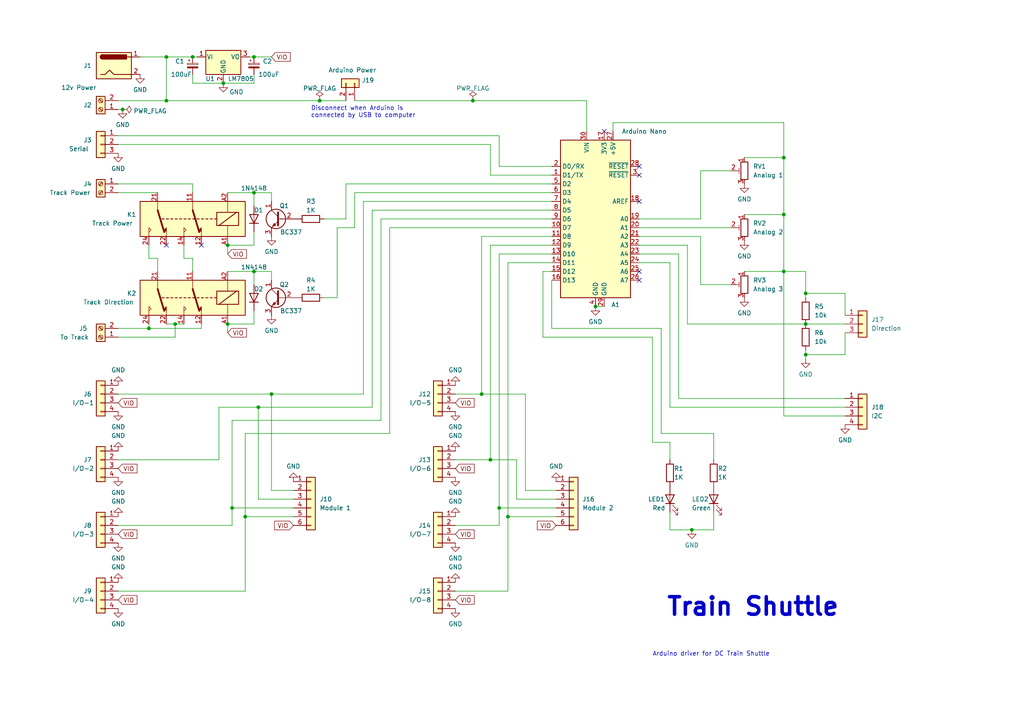
<source format=kicad_sch>
(kicad_sch (version 20211123) (generator eeschema)
  (paper "A4")
  (lib_symbols
    (symbol "Connector:Barrel_Jack" (pin_names (offset 1.016))
      (property "Reference" "J" (at 0 5.334 0))
      (property "Value" "Barrel_Jack" (at 0 -5.08 0))
      (symbol "Barrel_Jack_0_1"
        (rectangle (start -5.08 3.81) (end 5.08 -3.81) (stroke (width 0.254)) (fill (type background)))
        (arc (start -3.302 3.175) (mid -3.937 2.54) (end -3.302 1.905) (stroke (width 0.254)))
        (arc (start -3.302 3.175) (mid -3.937 2.54) (end -3.302 1.905) (stroke (width 0.254)) (fill (type outline)))
        (polyline (pts (xy 5.08 2.54) (xy 3.81 2.54)) (stroke (width 0.254)))
        (polyline (pts (xy -3.81 -2.54) (xy -2.54 -2.54) (xy -1.27 -1.27) (xy 0 -2.54) (xy 2.54 -2.54) (xy 5.08 -2.54)) (stroke (width 0.254)))
        (rectangle (start 3.683 3.175) (end -3.302 1.905) (stroke (width 0.254)) (fill (type outline)))
      )
      (symbol "Barrel_Jack_1_1"
        (pin passive line (at 7.62 2.54 180) (length 2.54) (name "~") (number "1"))
        (pin passive line (at 7.62 -2.54 180) (length 2.54) (name "~") (number "2"))
      )
    )
    (symbol "Connector:Screw_Terminal_01x02" (pin_names (offset 1.016) hide)
      (property "Reference" "J" (at 0 2.54 0))
      (property "Value" "Screw_Terminal_01x02" (at 0 -5.08 0))
      (symbol "Screw_Terminal_01x02_1_1"
        (rectangle (start -1.27 1.27) (end 1.27 -3.81) (stroke (width 0.254)) (fill (type background)))
        (circle (center 0 -2.54) (radius 0.635) (stroke (width 0.1524)))
        (polyline (pts (xy -0.5334 -2.2098) (xy 0.3302 -3.048)) (stroke (width 0.1524)))
        (polyline (pts (xy -0.5334 0.3302) (xy 0.3302 -0.508)) (stroke (width 0.1524)))
        (polyline (pts (xy -0.3556 -2.032) (xy 0.508 -2.8702)) (stroke (width 0.1524)))
        (polyline (pts (xy -0.3556 0.508) (xy 0.508 -0.3302)) (stroke (width 0.1524)))
        (circle (center 0 0) (radius 0.635) (stroke (width 0.1524)))
        (pin passive line (at -5.08 0 0) (length 3.81) (name "Pin_1") (number "1"))
        (pin passive line (at -5.08 -2.54 0) (length 3.81) (name "Pin_2") (number "2"))
      )
    )
    (symbol "Connector_Generic:Conn_01x02" (pin_names (offset 1.016) hide)
      (property "Reference" "J" (at 0 2.54 0))
      (property "Value" "Conn_01x02" (at 0 -5.08 0))
      (symbol "Conn_01x02_1_1"
        (rectangle (start -1.27 -2.413) (end 0 -2.667) (stroke (width 0.1524)))
        (rectangle (start -1.27 0.127) (end 0 -0.127) (stroke (width 0.1524)))
        (rectangle (start -1.27 1.27) (end 1.27 -3.81) (stroke (width 0.254)) (fill (type background)))
        (pin passive line (at -5.08 0 0) (length 3.81) (name "Pin_1") (number "1"))
        (pin passive line (at -5.08 -2.54 0) (length 3.81) (name "Pin_2") (number "2"))
      )
    )
    (symbol "Connector_Generic:Conn_01x03" (pin_names (offset 1.016) hide)
      (property "Reference" "J" (at 0 5.08 0))
      (property "Value" "Conn_01x03" (at 0 -5.08 0))
      (symbol "Conn_01x03_1_1"
        (rectangle (start -1.27 -2.413) (end 0 -2.667) (stroke (width 0.1524)))
        (rectangle (start -1.27 0.127) (end 0 -0.127) (stroke (width 0.1524)))
        (rectangle (start -1.27 2.667) (end 0 2.413) (stroke (width 0.1524)))
        (rectangle (start -1.27 3.81) (end 1.27 -3.81) (stroke (width 0.254)) (fill (type background)))
        (pin passive line (at -5.08 2.54 0) (length 3.81) (name "Pin_1") (number "1"))
        (pin passive line (at -5.08 0 0) (length 3.81) (name "Pin_2") (number "2"))
        (pin passive line (at -5.08 -2.54 0) (length 3.81) (name "Pin_3") (number "3"))
      )
    )
    (symbol "Connector_Generic:Conn_01x04" (pin_names (offset 1.016) hide)
      (property "Reference" "J" (at 0 5.08 0))
      (property "Value" "Conn_01x04" (at 0 -7.62 0))
      (symbol "Conn_01x04_1_1"
        (rectangle (start -1.27 -4.953) (end 0 -5.207) (stroke (width 0.1524)))
        (rectangle (start -1.27 -2.413) (end 0 -2.667) (stroke (width 0.1524)))
        (rectangle (start -1.27 0.127) (end 0 -0.127) (stroke (width 0.1524)))
        (rectangle (start -1.27 2.667) (end 0 2.413) (stroke (width 0.1524)))
        (rectangle (start -1.27 3.81) (end 1.27 -6.35) (stroke (width 0.254)) (fill (type background)))
        (pin passive line (at -5.08 2.54 0) (length 3.81) (name "Pin_1") (number "1"))
        (pin passive line (at -5.08 0 0) (length 3.81) (name "Pin_2") (number "2"))
        (pin passive line (at -5.08 -2.54 0) (length 3.81) (name "Pin_3") (number "3"))
        (pin passive line (at -5.08 -5.08 0) (length 3.81) (name "Pin_4") (number "4"))
      )
    )
    (symbol "Connector_Generic:Conn_01x06" (pin_names (offset 1.016) hide)
      (property "Reference" "J" (at 0 7.62 0))
      (property "Value" "Conn_01x06" (at 0 -10.16 0))
      (symbol "Conn_01x06_1_1"
        (rectangle (start -1.27 -7.493) (end 0 -7.747) (stroke (width 0.1524)))
        (rectangle (start -1.27 -4.953) (end 0 -5.207) (stroke (width 0.1524)))
        (rectangle (start -1.27 -2.413) (end 0 -2.667) (stroke (width 0.1524)))
        (rectangle (start -1.27 0.127) (end 0 -0.127) (stroke (width 0.1524)))
        (rectangle (start -1.27 2.667) (end 0 2.413) (stroke (width 0.1524)))
        (rectangle (start -1.27 5.207) (end 0 4.953) (stroke (width 0.1524)))
        (rectangle (start -1.27 6.35) (end 1.27 -8.89) (stroke (width 0.254)) (fill (type background)))
        (pin passive line (at -5.08 5.08 0) (length 3.81) (name "Pin_1") (number "1"))
        (pin passive line (at -5.08 2.54 0) (length 3.81) (name "Pin_2") (number "2"))
        (pin passive line (at -5.08 0 0) (length 3.81) (name "Pin_3") (number "3"))
        (pin passive line (at -5.08 -2.54 0) (length 3.81) (name "Pin_4") (number "4"))
        (pin passive line (at -5.08 -5.08 0) (length 3.81) (name "Pin_5") (number "5"))
        (pin passive line (at -5.08 -7.62 0) (length 3.81) (name "Pin_6") (number "6"))
      )
    )
    (symbol "Device:C_Polarized_Small" (pin_numbers hide) (pin_names (offset 0.254) hide)
      (property "Reference" "C" (at 0.254 1.778 0))
      (property "Value" "C_Polarized_Small" (at 0.254 -2.032 0))
      (symbol "C_Polarized_Small_0_1"
        (rectangle (start -1.524 -0.3048) (end 1.524 -0.6858) (fill (type outline)))
        (rectangle (start -1.524 0.6858) (end 1.524 0.3048))
        (polyline (pts (xy -1.27 1.524) (xy -0.762 1.524)))
        (polyline (pts (xy -1.016 1.27) (xy -1.016 1.778)))
      )
      (symbol "C_Polarized_Small_1_1"
        (pin passive line (at 0 2.54 270) (length 1.8542) (name "~") (number "1"))
        (pin passive line (at 0 -2.54 90) (length 1.8542) (name "~") (number "2"))
      )
    )
    (symbol "Device:LED" (pin_numbers hide) (pin_names (offset 1.016) hide)
      (property "Reference" "D" (at 0 2.54 0))
      (property "Value" "LED" (at 0 -2.54 0))
      (symbol "LED_0_1"
        (polyline (pts (xy -1.27 -1.27) (xy -1.27 1.27)) (stroke (width 0.254)))
        (polyline (pts (xy -1.27 0) (xy 1.27 0)))
        (polyline (pts (xy 1.27 -1.27) (xy 1.27 1.27) (xy -1.27 0) (xy 1.27 -1.27)) (stroke (width 0.254)))
        (polyline (pts (xy -3.048 -0.762) (xy -4.572 -2.286) (xy -3.81 -2.286) (xy -4.572 -2.286) (xy -4.572 -1.524)))
        (polyline (pts (xy -1.778 -0.762) (xy -3.302 -2.286) (xy -2.54 -2.286) (xy -3.302 -2.286) (xy -3.302 -1.524)))
      )
      (symbol "LED_1_1"
        (pin passive line (at -3.81 0 0) (length 2.54) (name "K") (number "1"))
        (pin passive line (at 3.81 0 180) (length 2.54) (name "A") (number "2"))
      )
    )
    (symbol "Device:R" (pin_numbers hide) (pin_names (offset 0))
      (property "Reference" "R" (at 2.032 0 90))
      (property "Value" "R" (at 0 0 90))
      (symbol "R_0_1"
        (rectangle (start -1.016 -2.54) (end 1.016 2.54) (stroke (width 0.254)))
      )
      (symbol "R_1_1"
        (pin passive line (at 0 3.81 270) (length 1.27) (name "~") (number "1"))
        (pin passive line (at 0 -3.81 90) (length 1.27) (name "~") (number "2"))
      )
    )
    (symbol "Device:R_Potentiometer_Trim" (pin_names (offset 1.016) hide)
      (property "Reference" "RV" (at -4.445 0 90))
      (property "Value" "R_Potentiometer_Trim" (at -2.54 0 90))
      (symbol "R_Potentiometer_Trim_0_1"
        (polyline (pts (xy 1.524 0.762) (xy 1.524 -0.762)))
        (polyline (pts (xy 2.54 0) (xy 1.524 0)))
        (rectangle (start 1.016 2.54) (end -1.016 -2.54) (stroke (width 0.254)))
      )
      (symbol "R_Potentiometer_Trim_1_1"
        (pin passive line (at 0 3.81 270) (length 1.27) (name "1") (number "1"))
        (pin passive line (at 3.81 0 180) (length 1.27) (name "2") (number "2"))
        (pin passive line (at 0 -3.81 90) (length 1.27) (name "3") (number "3"))
      )
    )
    (symbol "Diode:1N4148" (pin_numbers hide) (pin_names hide)
      (property "Reference" "D" (at 0 2.54 0))
      (property "Value" "1N4148" (at 0 -2.54 0))
      (symbol "1N4148_0_1"
        (polyline (pts (xy -1.27 1.27) (xy -1.27 -1.27)) (stroke (width 0.254)))
        (polyline (pts (xy 1.27 0) (xy -1.27 0)))
        (polyline (pts (xy 1.27 1.27) (xy 1.27 -1.27) (xy -1.27 0) (xy 1.27 1.27)) (stroke (width 0.254)))
      )
      (symbol "1N4148_1_1"
        (pin passive line (at -3.81 0 0) (length 2.54) (name "K") (number "1"))
        (pin passive line (at 3.81 0 180) (length 2.54) (name "A") (number "2"))
      )
    )
    (symbol "MCU_Module:Arduino_Nano_v3.x"
      (property "Reference" "A" (at -10.16 23.495 0))
      (property "Value" "Arduino_Nano_v3.x" (at 5.08 -24.13 0))
      (symbol "Arduino_Nano_v3.x_0_1"
        (rectangle (start -10.16 22.86) (end 10.16 -22.86) (stroke (width 0.254)) (fill (type background)))
      )
      (symbol "Arduino_Nano_v3.x_1_1"
        (pin bidirectional line (at -12.7 12.7 0) (length 2.54) (name "D1/TX") (number "1"))
        (pin bidirectional line (at -12.7 -2.54 0) (length 2.54) (name "D7") (number "10"))
        (pin bidirectional line (at -12.7 -5.08 0) (length 2.54) (name "D8") (number "11"))
        (pin bidirectional line (at -12.7 -7.62 0) (length 2.54) (name "D9") (number "12"))
        (pin bidirectional line (at -12.7 -10.16 0) (length 2.54) (name "D10") (number "13"))
        (pin bidirectional line (at -12.7 -12.7 0) (length 2.54) (name "D11") (number "14"))
        (pin bidirectional line (at -12.7 -15.24 0) (length 2.54) (name "D12") (number "15"))
        (pin bidirectional line (at -12.7 -17.78 0) (length 2.54) (name "D13") (number "16"))
        (pin power_out line (at 2.54 25.4 270) (length 2.54) (name "3V3") (number "17"))
        (pin input line (at 12.7 5.08 180) (length 2.54) (name "AREF") (number "18"))
        (pin bidirectional line (at 12.7 0 180) (length 2.54) (name "A0") (number "19"))
        (pin bidirectional line (at -12.7 15.24 0) (length 2.54) (name "D0/RX") (number "2"))
        (pin bidirectional line (at 12.7 -2.54 180) (length 2.54) (name "A1") (number "20"))
        (pin bidirectional line (at 12.7 -5.08 180) (length 2.54) (name "A2") (number "21"))
        (pin bidirectional line (at 12.7 -7.62 180) (length 2.54) (name "A3") (number "22"))
        (pin bidirectional line (at 12.7 -10.16 180) (length 2.54) (name "A4") (number "23"))
        (pin bidirectional line (at 12.7 -12.7 180) (length 2.54) (name "A5") (number "24"))
        (pin bidirectional line (at 12.7 -15.24 180) (length 2.54) (name "A6") (number "25"))
        (pin bidirectional line (at 12.7 -17.78 180) (length 2.54) (name "A7") (number "26"))
        (pin power_out line (at 5.08 25.4 270) (length 2.54) (name "+5V") (number "27"))
        (pin input line (at 12.7 15.24 180) (length 2.54) (name "~{RESET}") (number "28"))
        (pin power_in line (at 2.54 -25.4 90) (length 2.54) (name "GND") (number "29"))
        (pin input line (at 12.7 12.7 180) (length 2.54) (name "~{RESET}") (number "3"))
        (pin power_in line (at -2.54 25.4 270) (length 2.54) (name "VIN") (number "30"))
        (pin power_in line (at 0 -25.4 90) (length 2.54) (name "GND") (number "4"))
        (pin bidirectional line (at -12.7 10.16 0) (length 2.54) (name "D2") (number "5"))
        (pin bidirectional line (at -12.7 7.62 0) (length 2.54) (name "D3") (number "6"))
        (pin bidirectional line (at -12.7 5.08 0) (length 2.54) (name "D4") (number "7"))
        (pin bidirectional line (at -12.7 2.54 0) (length 2.54) (name "D5") (number "8"))
        (pin bidirectional line (at -12.7 0 0) (length 2.54) (name "D6") (number "9"))
      )
    )
    (symbol "Regulator_Linear:LM7805_TO220" (pin_names (offset 0.254))
      (property "Reference" "U" (at -3.81 3.175 0))
      (property "Value" "LM7805_TO220" (at 0 3.175 0))
      (symbol "LM7805_TO220_0_1"
        (rectangle (start -5.08 1.905) (end 5.08 -5.08) (stroke (width 0.254)) (fill (type background)))
      )
      (symbol "LM7805_TO220_1_1"
        (pin power_in line (at -7.62 0 0) (length 2.54) (name "VI") (number "1"))
        (pin power_in line (at 0 -7.62 90) (length 2.54) (name "GND") (number "2"))
        (pin power_out line (at 7.62 0 180) (length 2.54) (name "VO") (number "3"))
      )
    )
    (symbol "Relay:FINDER-30.22"
      (property "Reference" "K" (at 16.51 3.81 0))
      (property "Value" "FINDER-30.22" (at 16.51 1.27 0))
      (symbol "FINDER-30.22_0_0"
        (polyline (pts (xy -2.54 5.08) (xy -2.54 2.54) (xy -1.905 3.175) (xy -2.54 3.81)) (fill (type outline)))
        (polyline (pts (xy 2.54 5.08) (xy 2.54 2.54) (xy 1.905 3.175) (xy 2.54 3.81)))
        (polyline (pts (xy 7.62 5.08) (xy 7.62 2.54) (xy 8.255 3.175) (xy 7.62 3.81)) (fill (type outline)))
        (polyline (pts (xy 12.7 5.08) (xy 12.7 2.54) (xy 12.065 3.175) (xy 12.7 3.81)))
      )
      (symbol "FINDER-30.22_0_1"
        (rectangle (start -15.24 5.08) (end 15.24 -5.08) (stroke (width 0.254)) (fill (type background)))
        (rectangle (start -13.335 1.905) (end -6.985 -1.905) (stroke (width 0.254)))
        (polyline (pts (xy -12.7 -1.905) (xy -7.62 1.905)) (stroke (width 0.254)))
        (polyline (pts (xy -10.16 -5.08) (xy -10.16 -1.905)))
        (polyline (pts (xy -10.16 5.08) (xy -10.16 1.905)))
        (polyline (pts (xy -6.985 0) (xy -6.35 0)) (stroke (width 0.254)))
        (polyline (pts (xy -5.715 0) (xy -5.08 0)) (stroke (width 0.254)))
        (polyline (pts (xy -4.445 0) (xy -3.81 0)) (stroke (width 0.254)))
        (polyline (pts (xy -3.175 0) (xy -2.54 0)) (stroke (width 0.254)))
        (polyline (pts (xy -1.905 0) (xy -1.27 0)) (stroke (width 0.254)))
        (polyline (pts (xy -0.635 0) (xy 0 0)) (stroke (width 0.254)))
        (polyline (pts (xy 0 -2.54) (xy -1.905 3.81)) (stroke (width 0.508)))
        (polyline (pts (xy 0 -2.54) (xy 0 -5.08)))
        (polyline (pts (xy 0.635 0) (xy 1.27 0)) (stroke (width 0.254)))
        (polyline (pts (xy 1.905 0) (xy 2.54 0)) (stroke (width 0.254)))
        (polyline (pts (xy 3.175 0) (xy 3.81 0)) (stroke (width 0.254)))
        (polyline (pts (xy 4.445 0) (xy 5.08 0)) (stroke (width 0.254)))
        (polyline (pts (xy 5.715 0) (xy 6.35 0)) (stroke (width 0.254)))
        (polyline (pts (xy 6.985 0) (xy 7.62 0)) (stroke (width 0.254)))
        (polyline (pts (xy 8.255 0) (xy 8.89 0)) (stroke (width 0.254)))
        (polyline (pts (xy 10.16 -2.54) (xy 8.255 3.81)) (stroke (width 0.508)))
        (polyline (pts (xy 10.16 -2.54) (xy 10.16 -5.08)))
      )
      (symbol "FINDER-30.22_1_1"
        (pin passive line (at 0 -7.62 90) (length 2.54) (name "~") (number "11"))
        (pin passive line (at -2.54 7.62 270) (length 2.54) (name "~") (number "12"))
        (pin passive line (at 2.54 7.62 270) (length 2.54) (name "~") (number "14"))
        (pin passive line (at 10.16 -7.62 90) (length 2.54) (name "~") (number "21"))
        (pin passive line (at 7.62 7.62 270) (length 2.54) (name "~") (number "22"))
        (pin passive line (at 12.7 7.62 270) (length 2.54) (name "~") (number "24"))
        (pin passive line (at -10.16 7.62 270) (length 2.54) (name "~") (number "A1"))
        (pin passive line (at -10.16 -7.62 90) (length 2.54) (name "~") (number "A2"))
      )
    )
    (symbol "Transistor_BJT:BC337" (pin_names (offset 0) hide)
      (property "Reference" "Q" (at 5.08 1.905 0))
      (property "Value" "BC337" (at 5.08 0 0))
      (symbol "BC337_0_1"
        (polyline (pts (xy 0 0) (xy 0.635 0)))
        (polyline (pts (xy 0.635 0.635) (xy 2.54 2.54)))
        (polyline (pts (xy 0.635 -0.635) (xy 2.54 -2.54) (xy 2.54 -2.54)))
        (polyline (pts (xy 0.635 1.905) (xy 0.635 -1.905) (xy 0.635 -1.905)) (stroke (width 0.508)))
        (polyline (pts (xy 1.27 -1.778) (xy 1.778 -1.27) (xy 2.286 -2.286) (xy 1.27 -1.778) (xy 1.27 -1.778)) (fill (type outline)))
        (circle (center 1.27 0) (radius 2.8194) (stroke (width 0.254)))
      )
      (symbol "BC337_1_1"
        (pin passive line (at 2.54 5.08 270) (length 2.54) (name "C") (number "1"))
        (pin input line (at -5.08 0 0) (length 5.08) (name "B") (number "2"))
        (pin passive line (at 2.54 -5.08 90) (length 2.54) (name "E") (number "3"))
      )
    )
    (symbol "power:GND" (power) (pin_names (offset 0))
      (property "Value" "GND" (at 0 -3.81 0))
      (symbol "GND_0_1"
        (polyline (pts (xy 0 0) (xy 0 -1.27) (xy 1.27 -1.27) (xy 0 -2.54) (xy -1.27 -1.27) (xy 0 -1.27)))
      )
      (symbol "GND_1_1"
        (pin power_in line (at 0 0 270) (length 0) hide (name "GND") (number "1"))
      )
    )
    (symbol "power:PWR_FLAG" (power) (pin_numbers hide) (pin_names (offset 0) hide)
      (property "Value" "PWR_FLAG" (at 0 3.81 0))
      (symbol "PWR_FLAG_0_0"
        (pin power_out line (at 0 0 90) (length 0) (name "pwr") (number "1"))
      )
      (symbol "PWR_FLAG_0_1"
        (polyline (pts (xy 0 0) (xy 0 1.27) (xy -1.016 1.905) (xy 0 2.54) (xy 1.016 1.905) (xy 0 1.27)))
      )
    )
  )
  (junction (at 50.8 93.98))
  (junction (at 147.32 149.86))
  (junction (at 66.04 71.12))
  (junction (at 142.24 133.35))
  (junction (at 66.04 93.98))
  (junction (at 200.66 153.67))
  (junction (at 92.71 29.21))
  (junction (at 73.66 78.74))
  (junction (at 227.33 62.23))
  (junction (at 55.88 16.51))
  (junction (at 48.26 29.21))
  (junction (at 233.68 102.87))
  (junction (at 71.12 149.86))
  (junction (at 139.7 114.3))
  (junction (at 48.26 16.51))
  (junction (at 74.93 118.11))
  (junction (at 64.77 24.13))
  (junction (at 227.33 45.72))
  (junction (at 35.56 31.75))
  (junction (at 137.16 29.21))
  (junction (at 73.66 55.88))
  (junction (at 73.66 16.51))
  (junction (at 233.68 85.09))
  (junction (at 144.78 147.32))
  (junction (at 67.31 147.32))
  (junction (at 43.18 95.25))
  (junction (at 172.72 88.9))
  (junction (at 233.68 93.98))
  (junction (at 78.74 114.3))
  (junction (at 227.33 78.74))
  (no_connect (at 48.26 71.12))
  (no_connect (at 185.42 78.74))
  (no_connect (at 185.42 58.42))
  (no_connect (at 185.42 81.28))
  (no_connect (at 175.26 38.1))
  (no_connect (at 185.42 48.26))
  (no_connect (at 185.42 50.8))
  (no_connect (at 58.42 71.12))
  (wire (pts (xy 160.02 81.28) (xy 160.02 95.25)))
  (wire (pts (xy 227.33 62.23) (xy 227.33 78.74)))
  (wire (pts (xy 55.88 16.51) (xy 57.15 16.51)))
  (wire (pts (xy 245.11 115.57) (xy 196.85 115.57)))
  (wire (pts (xy 144.78 73.66) (xy 160.02 73.66)))
  (wire (pts (xy 172.72 88.9) (xy 175.26 88.9)))
  (wire (pts (xy 85.09 144.78) (xy 74.93 144.78)))
  (wire (pts (xy 92.71 29.21) (xy 100.33 29.21)))
  (wire (pts (xy 85.09 142.24) (xy 78.74 142.24)))
  (wire (pts (xy 207.01 153.67) (xy 200.66 153.67)))
  (wire (pts (xy 194.31 153.67) (xy 200.66 153.67)))
  (wire (pts (xy 152.4 142.24) (xy 152.4 114.3)))
  (wire (pts (xy 161.29 142.24) (xy 152.4 142.24)))
  (wire (pts (xy 110.49 63.5) (xy 160.02 63.5)))
  (wire (pts (xy 71.12 171.45) (xy 34.29 171.45)))
  (wire (pts (xy 66.04 71.12) (xy 66.04 73.66)))
  (wire (pts (xy 35.56 31.75) (xy 34.29 31.75)))
  (wire (pts (xy 63.5 118.11) (xy 63.5 133.35)))
  (wire (pts (xy 139.7 68.58) (xy 160.02 68.58)))
  (wire (pts (xy 73.66 59.69) (xy 73.66 55.88)))
  (wire (pts (xy 215.9 45.72) (xy 227.33 45.72)))
  (wire (pts (xy 102.87 55.88) (xy 102.87 66.04)))
  (wire (pts (xy 97.79 66.04) (xy 97.79 86.36)))
  (wire (pts (xy 66.04 78.74) (xy 73.66 78.74)))
  (wire (pts (xy 207.01 125.73) (xy 207.01 133.35)))
  (wire (pts (xy 147.32 171.45) (xy 132.08 171.45)))
  (wire (pts (xy 194.31 148.59) (xy 194.31 153.67)))
  (wire (pts (xy 227.33 120.65) (xy 227.33 78.74)))
  (wire (pts (xy 34.29 29.21) (xy 48.26 29.21)))
  (wire (pts (xy 144.78 39.37) (xy 144.78 48.26)))
  (wire (pts (xy 142.24 50.8) (xy 160.02 50.8)))
  (wire (pts (xy 227.33 35.56) (xy 227.33 45.72)))
  (wire (pts (xy 142.24 71.12) (xy 160.02 71.12)))
  (wire (pts (xy 157.48 97.79) (xy 189.23 97.79)))
  (wire (pts (xy 144.78 48.26) (xy 160.02 48.26)))
  (wire (pts (xy 144.78 147.32) (xy 144.78 152.4)))
  (wire (pts (xy 233.68 85.09) (xy 233.68 86.36)))
  (wire (pts (xy 194.31 76.2) (xy 185.42 76.2)))
  (wire (pts (xy 40.64 16.51) (xy 48.26 16.51)))
  (wire (pts (xy 227.33 45.72) (xy 227.33 62.23)))
  (wire (pts (xy 185.42 66.04) (xy 212.09 66.04)))
  (wire (pts (xy 53.34 74.93) (xy 55.88 74.93)))
  (wire (pts (xy 147.32 76.2) (xy 147.32 149.86)))
  (wire (pts (xy 160.02 78.74) (xy 157.48 78.74)))
  (wire (pts (xy 194.31 128.27) (xy 194.31 133.35)))
  (wire (pts (xy 78.74 114.3) (xy 34.29 114.3)))
  (wire (pts (xy 196.85 115.57) (xy 196.85 73.66)))
  (wire (pts (xy 113.03 125.73) (xy 71.12 125.73)))
  (wire (pts (xy 142.24 71.12) (xy 142.24 133.35)))
  (wire (pts (xy 74.93 118.11) (xy 63.5 118.11)))
  (wire (pts (xy 191.77 95.25) (xy 191.77 125.73)))
  (wire (pts (xy 66.04 93.98) (xy 73.66 93.98)))
  (wire (pts (xy 144.78 73.66) (xy 144.78 147.32)))
  (wire (pts (xy 170.18 29.21) (xy 137.16 29.21)))
  (wire (pts (xy 245.11 96.52) (xy 245.11 102.87)))
  (wire (pts (xy 78.74 16.51) (xy 73.66 16.51)))
  (wire (pts (xy 55.88 74.93) (xy 55.88 78.74)))
  (wire (pts (xy 142.24 41.91) (xy 142.24 50.8)))
  (wire (pts (xy 71.12 149.86) (xy 71.12 171.45)))
  (wire (pts (xy 97.79 86.36) (xy 93.98 86.36)))
  (wire (pts (xy 78.74 114.3) (xy 78.74 142.24)))
  (wire (pts (xy 71.12 149.86) (xy 85.09 149.86)))
  (wire (pts (xy 73.66 93.98) (xy 73.66 90.17)))
  (wire (pts (xy 71.12 125.73) (xy 71.12 149.86)))
  (wire (pts (xy 107.95 118.11) (xy 74.93 118.11)))
  (wire (pts (xy 245.11 91.44) (xy 245.11 85.09)))
  (wire (pts (xy 144.78 152.4) (xy 132.08 152.4)))
  (wire (pts (xy 139.7 114.3) (xy 132.08 114.3)))
  (wire (pts (xy 105.41 114.3) (xy 78.74 114.3)))
  (wire (pts (xy 34.29 97.79) (xy 50.8 97.79)))
  (wire (pts (xy 191.77 125.73) (xy 207.01 125.73)))
  (wire (pts (xy 55.88 53.34) (xy 55.88 55.88)))
  (wire (pts (xy 139.7 68.58) (xy 139.7 114.3)))
  (wire (pts (xy 48.26 16.51) (xy 48.26 29.21)))
  (wire (pts (xy 73.66 16.51) (xy 72.39 16.51)))
  (wire (pts (xy 67.31 121.92) (xy 67.31 147.32)))
  (wire (pts (xy 110.49 63.5) (xy 110.49 121.92)))
  (wire (pts (xy 73.66 78.74) (xy 73.66 82.55)))
  (wire (pts (xy 147.32 76.2) (xy 160.02 76.2)))
  (wire (pts (xy 105.41 58.42) (xy 105.41 114.3)))
  (wire (pts (xy 233.68 102.87) (xy 245.11 102.87)))
  (wire (pts (xy 78.74 58.42) (xy 78.74 55.88)))
  (wire (pts (xy 102.87 66.04) (xy 97.79 66.04)))
  (wire (pts (xy 233.68 78.74) (xy 233.68 85.09)))
  (wire (pts (xy 203.2 68.58) (xy 203.2 82.55)))
  (wire (pts (xy 227.33 120.65) (xy 245.11 120.65)))
  (wire (pts (xy 152.4 114.3) (xy 139.7 114.3)))
  (wire (pts (xy 34.29 95.25) (xy 43.18 95.25)))
  (wire (pts (xy 78.74 78.74) (xy 73.66 78.74)))
  (wire (pts (xy 142.24 133.35) (xy 132.08 133.35)))
  (wire (pts (xy 233.68 102.87) (xy 233.68 101.6)))
  (wire (pts (xy 55.88 21.59) (xy 55.88 24.13)))
  (wire (pts (xy 48.26 93.98) (xy 50.8 93.98)))
  (wire (pts (xy 55.88 24.13) (xy 64.77 24.13)))
  (wire (pts (xy 227.33 78.74) (xy 215.9 78.74)))
  (wire (pts (xy 67.31 147.32) (xy 85.09 147.32)))
  (wire (pts (xy 100.33 53.34) (xy 160.02 53.34)))
  (wire (pts (xy 73.66 21.59) (xy 73.66 24.13)))
  (wire (pts (xy 45.72 74.93) (xy 45.72 78.74)))
  (wire (pts (xy 34.29 53.34) (xy 55.88 53.34)))
  (wire (pts (xy 189.23 97.79) (xy 189.23 128.27)))
  (wire (pts (xy 43.18 71.12) (xy 43.18 74.93)))
  (wire (pts (xy 161.29 144.78) (xy 149.86 144.78)))
  (wire (pts (xy 147.32 149.86) (xy 147.32 171.45)))
  (wire (pts (xy 233.68 85.09) (xy 245.11 85.09)))
  (wire (pts (xy 203.2 49.53) (xy 212.09 49.53)))
  (wire (pts (xy 207.01 148.59) (xy 207.01 153.67)))
  (wire (pts (xy 48.26 16.51) (xy 55.88 16.51)))
  (wire (pts (xy 199.39 71.12) (xy 199.39 93.98)))
  (wire (pts (xy 149.86 133.35) (xy 142.24 133.35)))
  (wire (pts (xy 177.8 38.1) (xy 177.8 35.56)))
  (wire (pts (xy 74.93 118.11) (xy 74.93 144.78)))
  (wire (pts (xy 203.2 82.55) (xy 212.09 82.55)))
  (wire (pts (xy 73.66 24.13) (xy 64.77 24.13)))
  (wire (pts (xy 100.33 63.5) (xy 100.33 53.34)))
  (wire (pts (xy 43.18 74.93) (xy 45.72 74.93)))
  (wire (pts (xy 102.87 29.21) (xy 137.16 29.21)))
  (wire (pts (xy 50.8 97.79) (xy 50.8 93.98)))
  (wire (pts (xy 73.66 71.12) (xy 73.66 67.31)))
  (wire (pts (xy 113.03 66.04) (xy 160.02 66.04)))
  (wire (pts (xy 67.31 147.32) (xy 67.31 152.4)))
  (wire (pts (xy 199.39 93.98) (xy 233.68 93.98)))
  (wire (pts (xy 43.18 95.25) (xy 43.18 93.98)))
  (wire (pts (xy 67.31 121.92) (xy 110.49 121.92)))
  (wire (pts (xy 93.98 63.5) (xy 100.33 63.5)))
  (wire (pts (xy 107.95 60.96) (xy 107.95 118.11)))
  (wire (pts (xy 160.02 58.42) (xy 105.41 58.42)))
  (wire (pts (xy 144.78 147.32) (xy 161.29 147.32)))
  (wire (pts (xy 107.95 60.96) (xy 160.02 60.96)))
  (wire (pts (xy 53.34 71.12) (xy 53.34 74.93)))
  (wire (pts (xy 177.8 35.56) (xy 227.33 35.56)))
  (wire (pts (xy 34.29 41.91) (xy 142.24 41.91)))
  (wire (pts (xy 157.48 78.74) (xy 157.48 97.79)))
  (wire (pts (xy 160.02 95.25) (xy 191.77 95.25)))
  (wire (pts (xy 63.5 133.35) (xy 34.29 133.35)))
  (wire (pts (xy 233.68 104.14) (xy 233.68 102.87)))
  (wire (pts (xy 34.29 55.88) (xy 45.72 55.88)))
  (wire (pts (xy 194.31 118.11) (xy 194.31 76.2)))
  (wire (pts (xy 58.42 95.25) (xy 43.18 95.25)))
  (wire (pts (xy 102.87 55.88) (xy 160.02 55.88)))
  (wire (pts (xy 233.68 78.74) (xy 227.33 78.74)))
  (wire (pts (xy 185.42 63.5) (xy 203.2 63.5)))
  (wire (pts (xy 245.11 118.11) (xy 194.31 118.11)))
  (wire (pts (xy 58.42 93.98) (xy 58.42 95.25)))
  (wire (pts (xy 149.86 144.78) (xy 149.86 133.35)))
  (wire (pts (xy 215.9 62.23) (xy 227.33 62.23)))
  (wire (pts (xy 185.42 68.58) (xy 203.2 68.58)))
  (wire (pts (xy 78.74 81.28) (xy 78.74 78.74)))
  (wire (pts (xy 48.26 29.21) (xy 92.71 29.21)))
  (wire (pts (xy 50.8 93.98) (xy 53.34 93.98)))
  (wire (pts (xy 147.32 149.86) (xy 161.29 149.86)))
  (wire (pts (xy 185.42 71.12) (xy 199.39 71.12)))
  (wire (pts (xy 73.66 55.88) (xy 66.04 55.88)))
  (wire (pts (xy 233.68 93.98) (xy 245.11 93.98)))
  (wire (pts (xy 66.04 71.12) (xy 73.66 71.12)))
  (wire (pts (xy 196.85 73.66) (xy 185.42 73.66)))
  (wire (pts (xy 34.29 39.37) (xy 144.78 39.37)))
  (wire (pts (xy 67.31 152.4) (xy 34.29 152.4)))
  (wire (pts (xy 78.74 55.88) (xy 73.66 55.88)))
  (wire (pts (xy 66.04 93.98) (xy 66.04 96.52)))
  (wire (pts (xy 170.18 29.21) (xy 170.18 38.1)))
  (wire (pts (xy 203.2 63.5) (xy 203.2 49.53)))
  (wire (pts (xy 113.03 66.04) (xy 113.03 125.73)))
  (wire (pts (xy 189.23 128.27) (xy 194.31 128.27)))
  (text "Arduino driver for DC Train Shuttle" (at 189.23 190.5 0) (effects (font (size 1.27 1.27)) (justify left bottom)))
  (text "Disconnect when Arduino is\nconnected by USB to computer" (at 90.17 34.29 0) (effects (font (size 1.27 1.27)) (justify left bottom)))
  (text "Train Shuttle\n" (at 193.04 179.07 0) (effects (font (size 5.08 5.08) (thickness 1.016) bold) (justify left bottom)))
  (global_label "VIO" (shape input) (at 34.29 173.99 0) (property "Intersheet References" "${INTERSHEET_REFS}" (effects hide)))
  (global_label "VIO" (shape input) (at 85.09 152.4 180) (property "Intersheet References" "${INTERSHEET_REFS}" (effects hide)))
  (global_label "VIO" (shape input) (at 34.29 135.89 0) (property "Intersheet References" "${INTERSHEET_REFS}" (effects hide)))
  (global_label "VIO" (shape input) (at 66.04 73.66 0) (property "Intersheet References" "${INTERSHEET_REFS}" (effects hide)))
  (global_label "VIO" (shape input) (at 34.29 154.94 0) (property "Intersheet References" "${INTERSHEET_REFS}" (effects hide)))
  (global_label "VIO" (shape input) (at 34.29 116.84 0) (property "Intersheet References" "${INTERSHEET_REFS}" (effects hide)))
  (global_label "VIO" (shape input) (at 132.08 135.89 0) (property "Intersheet References" "${INTERSHEET_REFS}" (effects hide)))
  (global_label "VIO" (shape input) (at 132.08 116.84 0) (property "Intersheet References" "${INTERSHEET_REFS}" (effects hide)))
  (global_label "VIO" (shape input) (at 66.04 96.52 0) (property "Intersheet References" "${INTERSHEET_REFS}" (effects hide)))
  (global_label "VIO" (shape input) (at 78.74 16.51 0) (property "Intersheet References" "${INTERSHEET_REFS}" (effects hide)))
  (global_label "VIO" (shape input) (at 132.08 173.99 0) (property "Intersheet References" "${INTERSHEET_REFS}" (effects hide)))
  (global_label "VIO" (shape input) (at 132.08 154.94 0) (property "Intersheet References" "${INTERSHEET_REFS}" (effects hide)))
  (global_label "VIO" (shape input) (at 161.29 152.4 180) (property "Intersheet References" "${INTERSHEET_REFS}" (effects hide)))
  (symbol (lib_id "Diode:1N4148") (at 73.66 63.5 90) (unit 1)
    (property "Reference" "D1" (at 73.66 60.96 90) (effects (justify right)))
    (property "Value" "1N4148" (at 69.85 54.61 90) (effects (justify right)))
    (property "Footprint" "Diode_THT:D_DO-35_SOD27_P7.62mm_Horizontal" (effects hide))
    (property "Datasheet" "https://assets.nexperia.com/documents/data-sheet/1N4148_1N4448.pdf" (effects hide))
  )
  (symbol (lib_id "Connector_Generic:Conn_01x04") (at 127 114.3 0) (mirror y) (unit 1)
    (property "Reference" "J12" (at 123.19 114.3 0))
    (property "Value" "I/O-5" (at 121.92 116.84 0))
    (property "Footprint" "Connector_PinHeader_2.54mm:PinHeader_1x04_P2.54mm_Vertical" (effects hide))
  )
  (symbol (lib_id "MCU_Module:Arduino_Nano_v3.x") (at 172.72 63.5 0) (unit 1)
    (property "Reference" "A1" (at 177.2794 88.3904 0) (effects (justify left)))
    (property "Value" "Arduino Nano" (at 180.34 38.1 0) (effects (justify left)))
    (property "Footprint" "Module:Arduino_Nano" (effects hide))
    (property "Datasheet" "http://www.mouser.com/pdfdocs/Gravitech_Arduino_Nano3_0.pdf" (effects hide))
  )
  (symbol (lib_id "Device:R") (at 90.17 86.36 90) (unit 1)
    (property "Reference" "R4" (at 90.17 81.28 90))
    (property "Value" "1K" (at 90.17 83.82 90))
    (property "Footprint" "Resistor_THT:R_Axial_DIN0207_L6.3mm_D2.5mm_P7.62mm_Horizontal" (effects hide))
  )
  (symbol (lib_id "Connector:Barrel_Jack") (at 33.02 19.05 0) (unit 1)
    (property "Reference" "J1" (at 25.4 19.05 0))
    (property "Value" "12v Power" (effects hide))
    (property "Footprint" "Connector_BarrelJack:BarrelJack_Horizontal" (effects hide))
  )
  (symbol (lib_id "Device:R_Potentiometer_Trim") (at 215.9 82.55 0) (mirror y) (unit 1)
    (property "Reference" "RV3" (at 218.44 81.2799 0) (effects (justify right)))
    (property "Value" "Analog 3" (at 218.44 83.8199 0) (effects (justify right)))
    (property "Footprint" "Richard:Trimpot_and_Pins" (effects hide))
  )
  (symbol (lib_id "Device:R_Potentiometer_Trim") (at 215.9 66.04 0) (mirror y) (unit 1)
    (property "Reference" "RV2" (at 218.44 64.7699 0) (effects (justify right)))
    (property "Value" "Analog 2" (at 218.44 67.3099 0) (effects (justify right)))
    (property "Footprint" "Richard:Trimpot_and_Pins" (effects hide))
  )
  (symbol (lib_id "power:GND") (at 245.11 123.19 0) (unit 1)
    (property "Reference" "#PWR019" (effects hide))
    (property "Value" "GND" (at 245.11 127.6334 0))
  )
  (symbol (lib_id "Connector_Generic:Conn_01x06") (at 90.17 144.78 0) (unit 1)
    (property "Reference" "J10" (at 92.71 144.7799 0) (effects (justify left)))
    (property "Value" "Module 1" (at 92.71 147.3199 0) (effects (justify left)))
    (property "Footprint" "Connector_PinHeader_2.54mm:PinHeader_1x06_P2.54mm_Vertical" (effects hide))
  )
  (symbol (lib_id "power:GND") (at 35.56 31.75 0) (unit 1)
    (property "Reference" "#PWR01" (effects hide))
    (property "Value" "GND" (at 35.56 36.1934 0))
  )
  (symbol (lib_id "power:GND") (at 132.08 111.76 0) (mirror x) (unit 1)
    (property "Reference" "#PWR08" (effects hide))
    (property "Value" "GND" (at 132.08 107.3166 0))
  )
  (symbol (lib_id "power:GND") (at 85.09 139.7 0) (mirror x) (unit 1)
    (property "Reference" "#PWR07" (effects hide))
    (property "Value" "GND" (at 85.09 135.2566 0))
  )
  (symbol (lib_id "power:GND") (at 172.72 88.9 0) (unit 1)
    (property "Reference" "#PWR010" (effects hide))
    (property "Value" "GND" (at 172.72 93.3434 0))
  )
  (symbol (lib_id "Transistor_BJT:BC337") (at 81.28 63.5 0) (mirror y) (unit 1)
    (property "Reference" "Q1" (at 83.82 59.69 0) (effects (justify left)))
    (property "Value" "BC337" (at 87.63 67.31 0) (effects (justify left)))
    (property "Footprint" "Package_TO_SOT_THT:TO-92_Inline_Wide" (effects hide))
    (property "Datasheet" "https://diotec.com/tl_files/diotec/files/pdf/datasheets/bc337.pdf" (effects hide))
  )
  (symbol (lib_id "power:GND") (at 132.08 157.48 0) (unit 1)
    (property "Reference" "#PWR028" (effects hide))
    (property "Value" "GND" (at 132.08 161.9234 0))
  )
  (symbol (lib_id "Diode:1N4148") (at 73.66 86.36 90) (unit 1)
    (property "Reference" "D2" (at 73.66 83.82 90) (effects (justify right)))
    (property "Value" "1N4148" (at 69.85 77.47 90) (effects (justify right)))
    (property "Footprint" "Diode_THT:D_DO-35_SOD27_P7.62mm_Horizontal" (effects hide))
    (property "Datasheet" "https://assets.nexperia.com/documents/data-sheet/1N4148_1N4448.pdf" (effects hide))
  )
  (symbol (lib_id "power:PWR_FLAG") (at 137.16 29.21 0) (unit 1)
    (property "Reference" "#FLG0103" (effects hide))
    (property "Value" "PWR_FLAG" (at 137.16 25.6342 0))
  )
  (symbol (lib_id "Connector:Screw_Terminal_01x02") (at 29.21 31.75 180) (unit 1)
    (property "Reference" "J2" (at 25.4 30.48 0))
    (property "Value" "12v Power" (at 22.86 25.4 0))
    (property "Footprint" "TerminalBlock_Phoenix:TerminalBlock_Phoenix_MKDS-1,5-2-5.08_1x02_P5.08mm_Horizontal" (effects hide))
  )
  (symbol (lib_id "power:GND") (at 132.08 176.53 0) (unit 1)
    (property "Reference" "#PWR031" (effects hide))
    (property "Value" "GND" (at 132.08 180.9734 0))
  )
  (symbol (lib_id "Device:R") (at 233.68 90.17 180) (unit 1)
    (property "Reference" "R5" (at 236.22 88.8999 0) (effects (justify right)))
    (property "Value" "10k" (at 236.22 91.4399 0) (effects (justify right)))
    (property "Footprint" "Resistor_THT:R_Axial_DIN0207_L6.3mm_D2.5mm_P7.62mm_Horizontal" (effects hide))
  )
  (symbol (lib_id "power:GND") (at 34.29 157.48 0) (unit 1)
    (property "Reference" "#PWR023" (effects hide))
    (property "Value" "GND" (at 34.29 161.9234 0))
  )
  (symbol (lib_id "power:GND") (at 40.64 21.59 0) (unit 1)
    (property "Reference" "#PWR03" (effects hide))
    (property "Value" "GND" (at 40.64 26.0334 0))
  )
  (symbol (lib_id "Connector_Generic:Conn_01x04") (at 29.21 133.35 0) (mirror y) (unit 1)
    (property "Reference" "J7" (at 25.4 133.35 0))
    (property "Value" "I/O-2" (at 24.13 135.89 0))
    (property "Footprint" "Connector_PinHeader_2.54mm:PinHeader_1x04_P2.54mm_Vertical" (effects hide))
  )
  (symbol (lib_id "Connector_Generic:Conn_01x02") (at 102.87 24.13 270) (mirror x) (unit 1)
    (property "Reference" "J19" (at 104.902 23.2953 90) (effects (justify left)))
    (property "Value" "Arduino Power" (at 95.25 20.32 90) (effects (justify left)))
    (property "Footprint" "Connector_PinHeader_2.54mm:PinHeader_1x02_P2.54mm_Vertical" (effects hide))
  )
  (symbol (lib_id "Device:LED") (at 207.01 144.78 90) (unit 1)
    (property "Reference" "LED2" (at 200.66 144.78 90) (effects (justify right)))
    (property "Value" "Green" (at 200.66 147.32 90) (effects (justify right)))
    (property "Footprint" "LED_THT:LED_D5.0mm" (effects hide))
  )
  (symbol (lib_id "power:GND") (at 34.29 138.43 0) (unit 1)
    (property "Reference" "#PWR021" (effects hide))
    (property "Value" "GND" (at 34.29 142.8734 0))
  )
  (symbol (lib_id "Relay:FINDER-30.22") (at 55.88 86.36 180) (unit 1)
    (property "Reference" "K2" (at 36.83 85.09 0) (effects (justify right)))
    (property "Value" "Track Direction" (at 24.13 87.63 0) (effects (justify right)))
    (property "Footprint" "Relay_THT:Relay_DPDT_Finder_30.22" (effects hide))
    (property "Datasheet" "http://gfinder.findernet.com/assets/Series/354/S30EN.pdf" (effects hide))
  )
  (symbol (lib_id "Device:C_Polarized_Small") (at 73.66 19.05 0) (unit 1)
    (property "Reference" "C2" (at 76.2 17.78 0) (effects (justify left)))
    (property "Value" "100uF" (at 74.93 21.59 0) (effects (justify left)))
    (property "Footprint" "Capacitor_THT:CP_Radial_D7.5mm_P2.50mm" (effects hide))
  )
  (symbol (lib_id "power:GND") (at 34.29 111.76 0) (mirror x) (unit 1)
    (property "Reference" "#PWR016" (effects hide))
    (property "Value" "GND" (at 34.29 107.3166 0))
  )
  (symbol (lib_id "power:GND") (at 78.74 91.44 0) (unit 1)
    (property "Reference" "#PWR06" (effects hide))
    (property "Value" "GND" (at 78.74 95.8834 0))
  )
  (symbol (lib_id "power:GND") (at 34.29 130.81 0) (mirror x) (unit 1)
    (property "Reference" "#PWR020" (effects hide))
    (property "Value" "GND" (at 34.29 126.3666 0))
  )
  (symbol (lib_id "power:GND") (at 64.77 24.13 0) (unit 1)
    (property "Reference" "#PWR04" (effects hide))
    (property "Value" "GND" (at 68.58 26.67 0))
  )
  (symbol (lib_id "power:GND") (at 34.29 168.91 0) (mirror x) (unit 1)
    (property "Reference" "#PWR024" (effects hide))
    (property "Value" "GND" (at 34.29 164.4666 0))
  )
  (symbol (lib_id "Connector_Generic:Conn_01x04") (at 127 171.45 0) (mirror y) (unit 1)
    (property "Reference" "J15" (at 123.19 171.45 0))
    (property "Value" "I/O-8" (at 121.92 173.99 0))
    (property "Footprint" "Connector_PinHeader_2.54mm:PinHeader_1x04_P2.54mm_Vertical" (effects hide))
  )
  (symbol (lib_id "Device:R") (at 90.17 63.5 90) (unit 1)
    (property "Reference" "R3" (at 90.17 58.42 90))
    (property "Value" "1K" (at 90.17 60.96 90))
    (property "Footprint" "Resistor_THT:R_Axial_DIN0207_L6.3mm_D2.5mm_P7.62mm_Horizontal" (effects hide))
  )
  (symbol (lib_id "power:GND") (at 132.08 138.43 0) (unit 1)
    (property "Reference" "#PWR026" (effects hide))
    (property "Value" "GND" (at 132.08 142.8734 0))
  )
  (symbol (lib_id "power:GND") (at 200.66 153.67 0) (unit 1)
    (property "Reference" "#PWR09" (effects hide))
    (property "Value" "GND" (at 200.66 158.1134 0))
  )
  (symbol (lib_id "Connector:Screw_Terminal_01x02") (at 29.21 53.34 0) (mirror y) (unit 1)
    (property "Reference" "J4" (at 25.4 53.34 0))
    (property "Value" "Track Power" (at 20.32 55.88 0))
    (property "Footprint" "TerminalBlock_Phoenix:TerminalBlock_Phoenix_MKDS-1,5-2-5.08_1x02_P5.08mm_Horizontal" (effects hide))
  )
  (symbol (lib_id "Connector_Generic:Conn_01x03") (at 250.19 93.98 0) (unit 1)
    (property "Reference" "J17" (at 252.73 92.7099 0) (effects (justify left)))
    (property "Value" "Direction" (at 252.73 95.2499 0) (effects (justify left)))
    (property "Footprint" "Connector_PinHeader_2.54mm:PinHeader_1x03_P2.54mm_Vertical" (effects hide))
  )
  (symbol (lib_id "power:GND") (at 132.08 149.86 0) (mirror x) (unit 1)
    (property "Reference" "#PWR027" (effects hide))
    (property "Value" "GND" (at 132.08 145.4166 0))
  )
  (symbol (lib_id "Device:C_Polarized_Small") (at 55.88 19.05 0) (unit 1)
    (property "Reference" "C1" (at 50.8 17.78 0) (effects (justify left)))
    (property "Value" "100uF" (at 49.53 21.59 0) (effects (justify left)))
    (property "Footprint" "Capacitor_THT:CP_Radial_D7.5mm_P2.50mm" (effects hide))
  )
  (symbol (lib_id "power:PWR_FLAG") (at 92.71 29.21 0) (unit 1)
    (property "Reference" "#FLG0101" (effects hide))
    (property "Value" "PWR_FLAG" (at 92.71 25.6342 0))
  )
  (symbol (lib_id "Connector_Generic:Conn_01x04") (at 250.19 118.11 0) (unit 1)
    (property "Reference" "J18" (at 252.73 118.1099 0) (effects (justify left)))
    (property "Value" "I2C" (at 252.73 120.6499 0) (effects (justify left)))
    (property "Footprint" "Connector_PinHeader_2.54mm:PinHeader_1x04_P2.54mm_Vertical" (effects hide))
  )
  (symbol (lib_id "power:PWR_FLAG") (at 35.56 31.75 270) (unit 1)
    (property "Reference" "#FLG0102" (effects hide))
    (property "Value" "PWR_FLAG" (at 38.735 32.1838 90) (effects (justify left)))
  )
  (symbol (lib_id "Connector_Generic:Conn_01x04") (at 29.21 171.45 0) (mirror y) (unit 1)
    (property "Reference" "J9" (at 25.4 171.45 0))
    (property "Value" "I/O-4" (at 24.13 173.99 0))
    (property "Footprint" "Connector_PinHeader_2.54mm:PinHeader_1x04_P2.54mm_Vertical" (effects hide))
  )
  (symbol (lib_id "Connector_Generic:Conn_01x06") (at 166.37 144.78 0) (unit 1)
    (property "Reference" "J16" (at 168.91 144.7799 0) (effects (justify left)))
    (property "Value" "Module 2" (at 168.91 147.3199 0) (effects (justify left)))
    (property "Footprint" "Connector_PinHeader_2.54mm:PinHeader_1x06_P2.54mm_Vertical" (effects hide))
  )
  (symbol (lib_id "power:GND") (at 132.08 130.81 0) (mirror x) (unit 1)
    (property "Reference" "#PWR015" (effects hide))
    (property "Value" "GND" (at 132.08 126.3666 0))
  )
  (symbol (lib_id "Connector:Screw_Terminal_01x02") (at 29.21 97.79 180) (unit 1)
    (property "Reference" "J5" (at 24.13 95.25 0))
    (property "Value" "To Track" (at 21.59 97.79 0))
    (property "Footprint" "TerminalBlock_Phoenix:TerminalBlock_Phoenix_MKDS-1,5-2-5.08_1x02_P5.08mm_Horizontal" (effects hide))
  )
  (symbol (lib_id "power:GND") (at 215.9 53.34 0) (unit 1)
    (property "Reference" "#PWR011" (effects hide))
    (property "Value" "GND" (at 215.9 57.7834 0))
  )
  (symbol (lib_id "Connector_Generic:Conn_01x04") (at 29.21 114.3 0) (mirror y) (unit 1)
    (property "Reference" "J6" (at 25.4 114.3 0))
    (property "Value" "I/O-1" (at 24.13 116.84 0))
    (property "Footprint" "Connector_PinHeader_2.54mm:PinHeader_1x04_P2.54mm_Vertical" (effects hide))
  )
  (symbol (lib_id "Device:R") (at 207.01 137.16 0) (unit 1)
    (property "Reference" "R2" (at 209.55 135.89 0))
    (property "Value" "1K" (at 209.55 138.43 0))
    (property "Footprint" "Resistor_THT:R_Axial_DIN0207_L6.3mm_D2.5mm_P7.62mm_Horizontal" (effects hide))
  )
  (symbol (lib_id "Device:LED") (at 194.31 144.78 90) (unit 1)
    (property "Reference" "LED1" (at 187.96 144.78 90) (effects (justify right)))
    (property "Value" "Red" (at 189.23 147.32 90) (effects (justify right)))
    (property "Footprint" "LED_THT:LED_D5.0mm" (effects hide))
  )
  (symbol (lib_id "Device:R_Potentiometer_Trim") (at 215.9 49.53 0) (mirror y) (unit 1)
    (property "Reference" "RV1" (at 218.44 48.2599 0) (effects (justify right)))
    (property "Value" "Analog 1" (at 218.44 50.7999 0) (effects (justify right)))
    (property "Footprint" "Richard:Trimpot_and_Pins" (effects hide))
  )
  (symbol (lib_id "power:GND") (at 215.9 69.85 0) (unit 1)
    (property "Reference" "#PWR012" (effects hide))
    (property "Value" "GND" (at 215.9 74.2934 0))
  )
  (symbol (lib_id "power:GND") (at 34.29 176.53 0) (unit 1)
    (property "Reference" "#PWR025" (effects hide))
    (property "Value" "GND" (at 34.29 180.9734 0))
  )
  (symbol (lib_id "Regulator_Linear:LM7805_TO220") (at 64.77 16.51 0) (unit 1)
    (property "Reference" "U1" (at 60.96 22.86 0))
    (property "Value" "LM7805" (at 69.85 22.86 0))
    (property "Footprint" "Package_TO_SOT_THT:TO-220-3_Vertical" (effects hide))
    (property "Datasheet" "https://www.onsemi.cn/PowerSolutions/document/MC7800-D.PDF" (effects hide))
  )
  (symbol (lib_id "Device:R") (at 194.31 137.16 0) (unit 1)
    (property "Reference" "R1" (at 196.85 135.89 0))
    (property "Value" "1K" (at 196.85 138.43 0))
    (property "Footprint" "Resistor_THT:R_Axial_DIN0207_L6.3mm_D2.5mm_P7.62mm_Horizontal" (effects hide))
  )
  (symbol (lib_id "Connector_Generic:Conn_01x04") (at 127 152.4 0) (mirror y) (unit 1)
    (property "Reference" "J14" (at 123.19 152.4 0))
    (property "Value" "I/O-7" (at 121.92 154.94 0))
    (property "Footprint" "Connector_PinHeader_2.54mm:PinHeader_1x04_P2.54mm_Vertical" (effects hide))
  )
  (symbol (lib_id "power:GND") (at 34.29 44.45 0) (unit 1)
    (property "Reference" "#PWR02" (effects hide))
    (property "Value" "GND" (at 34.29 48.8934 0))
  )
  (symbol (lib_id "Connector_Generic:Conn_01x04") (at 127 133.35 0) (mirror y) (unit 1)
    (property "Reference" "J13" (at 123.19 133.35 0))
    (property "Value" "I/O-6" (at 121.92 135.89 0))
    (property "Footprint" "Connector_PinHeader_2.54mm:PinHeader_1x04_P2.54mm_Vertical" (effects hide))
  )
  (symbol (lib_id "Connector_Generic:Conn_01x04") (at 29.21 152.4 0) (mirror y) (unit 1)
    (property "Reference" "J8" (at 25.4 152.4 0))
    (property "Value" "I/O-3" (at 24.13 154.94 0))
    (property "Footprint" "Connector_PinHeader_2.54mm:PinHeader_1x04_P2.54mm_Vertical" (effects hide))
  )
  (symbol (lib_id "power:GND") (at 78.74 68.58 0) (unit 1)
    (property "Reference" "#PWR05" (effects hide))
    (property "Value" "GND" (at 78.74 73.0234 0))
  )
  (symbol (lib_id "power:GND") (at 132.08 119.38 0) (unit 1)
    (property "Reference" "#PWR014" (effects hide))
    (property "Value" "GND" (at 132.08 123.8234 0))
  )
  (symbol (lib_id "power:GND") (at 34.29 149.86 0) (mirror x) (unit 1)
    (property "Reference" "#PWR022" (effects hide))
    (property "Value" "GND" (at 34.29 145.4166 0))
  )
  (symbol (lib_id "power:GND") (at 233.68 104.14 0) (unit 1)
    (property "Reference" "#PWR018" (effects hide))
    (property "Value" "GND" (at 233.68 108.5834 0))
  )
  (symbol (lib_id "Device:R") (at 233.68 97.79 180) (unit 1)
    (property "Reference" "R6" (at 236.22 96.5199 0) (effects (justify right)))
    (property "Value" "10k" (at 236.22 99.0599 0) (effects (justify right)))
    (property "Footprint" "Resistor_THT:R_Axial_DIN0207_L6.3mm_D2.5mm_P7.62mm_Horizontal" (effects hide))
  )
  (symbol (lib_id "Relay:FINDER-30.22") (at 55.88 63.5 180) (unit 1)
    (property "Reference" "K1" (at 36.83 62.23 0) (effects (justify right)))
    (property "Value" "Track Power" (at 26.67 64.77 0) (effects (justify right)))
    (property "Footprint" "Relay_THT:Relay_DPDT_Finder_30.22" (effects hide))
    (property "Datasheet" "http://gfinder.findernet.com/assets/Series/354/S30EN.pdf" (effects hide))
  )
  (symbol (lib_id "Transistor_BJT:BC337") (at 81.28 86.36 0) (mirror y) (unit 1)
    (property "Reference" "Q2" (at 83.82 82.55 0) (effects (justify left)))
    (property "Value" "BC337" (at 87.63 90.17 0) (effects (justify left)))
    (property "Footprint" "Package_TO_SOT_THT:TO-92_Inline_Wide" (effects hide))
    (property "Datasheet" "https://diotec.com/tl_files/diotec/files/pdf/datasheets/bc337.pdf" (effects hide))
  )
  (symbol (lib_id "power:GND") (at 34.29 119.38 0) (unit 1)
    (property "Reference" "#PWR017" (effects hide))
    (property "Value" "GND" (at 34.29 123.8234 0))
  )
  (symbol (lib_id "power:GND") (at 132.08 168.91 0) (mirror x) (unit 1)
    (property "Reference" "#PWR030" (effects hide))
    (property "Value" "GND" (at 132.08 164.4666 0))
  )
  (symbol (lib_id "power:GND") (at 161.29 139.7 0) (mirror x) (unit 1)
    (property "Reference" "#PWR029" (effects hide))
    (property "Value" "GND" (at 161.29 135.2566 0))
  )
  (symbol (lib_id "power:GND") (at 215.9 86.36 0) (unit 1)
    (property "Reference" "#PWR013" (effects hide))
    (property "Value" "GND" (at 215.9 90.8034 0))
  )
  (symbol (lib_id "Connector_Generic:Conn_01x03") (at 29.21 41.91 0) (mirror y) (unit 1)
    (property "Reference" "J3" (at 25.4 40.64 0))
    (property "Value" "Serial" (at 22.86 43.18 0))
    (property "Footprint" "Connector_PinHeader_2.54mm:PinHeader_1x03_P2.54mm_Vertical" (effects hide))
  )
)
</source>
